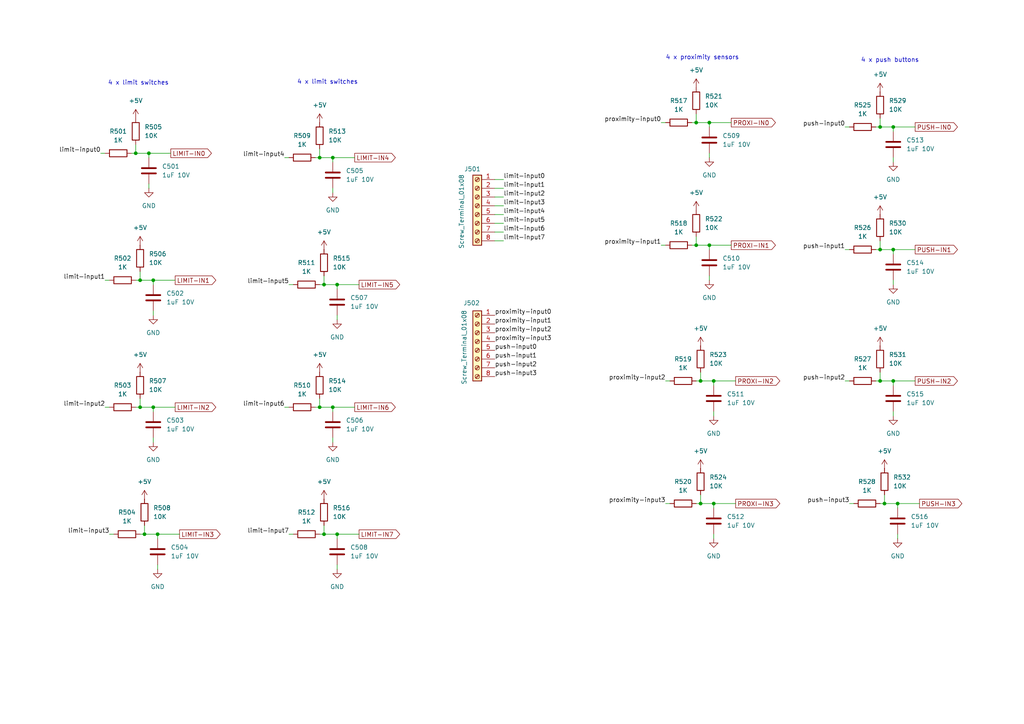
<source format=kicad_sch>
(kicad_sch (version 20250114) (generator "eeschema") (generator_version "9.0")
  (paper "A4")
  (lib_symbols
    (symbol "Connector:Screw_Terminal_01x08" (pin_names (offset 1.016) (hide yes))
      (property "Reference" "J" (at 0 10.16 0))
      (property "Value" "Screw_Terminal_01x08" (at 0 -12.7 0))
      (symbol "Screw_Terminal_01x08_1_1"
        (rectangle (start -1.27 8.89) (end 1.27 -11.43) (stroke (width 0.254)) (fill (type background)))
        (polyline (pts (xy -0.5334 7.9502) (xy 0.3302 7.112)) (stroke (width 0.1524)))
        (polyline (pts (xy -0.5334 5.4102) (xy 0.3302 4.572)) (stroke (width 0.1524)))
        (polyline (pts (xy -0.5334 2.8702) (xy 0.3302 2.032)) (stroke (width 0.1524)))
        (polyline (pts (xy -0.5334 0.3302) (xy 0.3302 -0.508)) (stroke (width 0.1524)))
        (polyline (pts (xy -0.5334 -2.2098) (xy 0.3302 -3.048)) (stroke (width 0.1524)))
        (polyline (pts (xy -0.5334 -4.7498) (xy 0.3302 -5.588)) (stroke (width 0.1524)))
        (polyline (pts (xy -0.5334 -7.2898) (xy 0.3302 -8.128)) (stroke (width 0.1524)))
        (polyline (pts (xy -0.5334 -9.8298) (xy 0.3302 -10.668)) (stroke (width 0.1524)))
        (polyline (pts (xy -0.3556 8.128) (xy 0.508 7.2898)) (stroke (width 0.1524)))
        (polyline (pts (xy -0.3556 5.588) (xy 0.508 4.7498)) (stroke (width 0.1524)))
        (polyline (pts (xy -0.3556 3.048) (xy 0.508 2.2098)) (stroke (width 0.1524)))
        (polyline (pts (xy -0.3556 0.508) (xy 0.508 -0.3302)) (stroke (width 0.1524)))
        (polyline (pts (xy -0.3556 -2.032) (xy 0.508 -2.8702)) (stroke (width 0.1524)))
        (polyline (pts (xy -0.3556 -4.572) (xy 0.508 -5.4102)) (stroke (width 0.1524)))
        (polyline (pts (xy -0.3556 -7.112) (xy 0.508 -7.9502)) (stroke (width 0.1524)))
        (polyline (pts (xy -0.3556 -9.652) (xy 0.508 -10.4902)) (stroke (width 0.1524)))
        (circle (center 0 7.62) (radius 0.635) (stroke (width 0.1524)))
        (circle (center 0 5.08) (radius 0.635) (stroke (width 0.1524)))
        (circle (center 0 2.54) (radius 0.635) (stroke (width 0.1524)))
        (circle (center 0 0) (radius 0.635) (stroke (width 0.1524)))
        (circle (center 0 -2.54) (radius 0.635) (stroke (width 0.1524)))
        (circle (center 0 -5.08) (radius 0.635) (stroke (width 0.1524)))
        (circle (center 0 -7.62) (radius 0.635) (stroke (width 0.1524)))
        (circle (center 0 -10.16) (radius 0.635) (stroke (width 0.1524)))
        (pin passive line (at -5.08 7.62 0) (length 3.81) (name "Pin_1") (number "1"))
        (pin passive line (at -5.08 5.08 0) (length 3.81) (name "Pin_2") (number "2"))
        (pin passive line (at -5.08 2.54 0) (length 3.81) (name "Pin_3") (number "3"))
        (pin passive line (at -5.08 0 0) (length 3.81) (name "Pin_4") (number "4"))
        (pin passive line (at -5.08 -2.54 0) (length 3.81) (name "Pin_5") (number "5"))
        (pin passive line (at -5.08 -5.08 0) (length 3.81) (name "Pin_6") (number "6"))
        (pin passive line (at -5.08 -7.62 0) (length 3.81) (name "Pin_7") (number "7"))
        (pin passive line (at -5.08 -10.16 0) (length 3.81) (name "Pin_8") (number "8"))
      )
    )
    (symbol "Device:C" (pin_numbers (hide yes)) (pin_names (offset 0.254))
      (property "Reference" "C" (at 0.635 2.54 0))
      (property "Value" "C" (at 0.635 -2.54 0))
      (symbol "C_0_1"
        (polyline (pts (xy -2.032 0.762) (xy 2.032 0.762)) (stroke (width 0.508)))
        (polyline (pts (xy -2.032 -0.762) (xy 2.032 -0.762)) (stroke (width 0.508)))
      )
      (symbol "C_1_1"
        (pin passive line (at 0 3.81 270) (length 2.794) (name "~") (number "1"))
        (pin passive line (at 0 -3.81 90) (length 2.794) (name "~") (number "2"))
      )
    )
    (symbol "Device:R" (pin_numbers (hide yes)) (pin_names (offset 0))
      (property "Reference" "R" (at 2.032 0 90))
      (property "Value" "R" (at 0 0 90))
      (symbol "R_0_1"
        (rectangle (start -1.016 -2.54) (end 1.016 2.54) (stroke (width 0.254)))
      )
      (symbol "R_1_1"
        (pin passive line (at 0 3.81 270) (length 1.27) (name "~") (number "1"))
        (pin passive line (at 0 -3.81 90) (length 1.27) (name "~") (number "2"))
      )
    )
    (symbol "power:+5V" (power) (pin_numbers (hide yes)) (pin_names (offset 0) (hide yes))
      (property "Value" "+5V" (at 0 3.556 0))
      (symbol "+5V_0_1"
        (polyline (pts (xy -0.762 1.27) (xy 0 2.54)))
        (polyline (pts (xy 0 2.54) (xy 0.762 1.27)))
        (polyline (pts (xy 0 0) (xy 0 2.54)))
      )
      (symbol "+5V_1_1"
        (pin power_in line (at 0 0 90) (length 0) (name "~") (number "1"))
      )
    )
    (symbol "power:GND" (power) (pin_numbers (hide yes)) (pin_names (offset 0) (hide yes))
      (property "Value" "GND" (at 0 -3.81 0))
      (symbol "GND_0_1"
        (polyline (pts (xy 0 0) (xy 0 -1.27) (xy 1.27 -1.27) (xy 0 -2.54) (xy -1.27 -1.27) (xy 0 -1.27)))
      )
      (symbol "GND_1_1"
        (pin power_in line (at 0 0 270) (length 0) (name "~") (number "1"))
      )
    )
  )
  (text "4 x limit switches" (at 94.996 23.876 0) (effects (font (size 1.27 1.27))))
  (text "4 x proximity sensors" (at 203.708 16.764 0) (effects (font (size 1.27 1.27))))
  (text "4 x push buttons" (at 249.682 17.526 0) (effects (font (size 1.27 1.27)) (justify left)))
  (text "4 x limit switches" (at 40.132 24.13 0) (effects (font (size 1.27 1.27))))
  (junction (at 40.64 81.28))
  (junction (at 40.64 118.11))
  (junction (at 255.27 110.49))
  (junction (at 203.2 110.49))
  (junction (at 97.79 154.94))
  (junction (at 259.08 110.49))
  (junction (at 205.74 35.56))
  (junction (at 44.45 118.11))
  (junction (at 44.45 81.28))
  (junction (at 41.91 154.94))
  (junction (at 201.93 35.56))
  (junction (at 205.74 71.12))
  (junction (at 96.52 45.72))
  (junction (at 201.93 71.12))
  (junction (at 97.79 82.55))
  (junction (at 260.35 146.05))
  (junction (at 207.01 110.49))
  (junction (at 256.54 146.05))
  (junction (at 93.98 82.55))
  (junction (at 45.72 154.94))
  (junction (at 39.37 44.45))
  (junction (at 92.71 45.72))
  (junction (at 259.08 36.83))
  (junction (at 259.08 72.39))
  (junction (at 93.98 154.94))
  (junction (at 43.18 44.45))
  (junction (at 96.52 118.11))
  (junction (at 255.27 72.39))
  (junction (at 92.71 118.11))
  (junction (at 203.2 146.05))
  (junction (at 255.27 36.83))
  (junction (at 207.01 146.05))
  (wire (pts (xy 191.77 71.12) (xy 193.04 71.12)))
  (wire (pts (xy 39.37 118.11) (xy 40.64 118.11)))
  (wire (pts (xy 41.91 152.4) (xy 41.91 154.94)))
  (wire (pts (xy 92.71 43.18) (xy 92.71 45.72)))
  (wire (pts (xy 256.54 143.51) (xy 256.54 146.05)))
  (wire (pts (xy 93.98 82.55) (xy 97.79 82.55)))
  (wire (pts (xy 92.71 118.11) (xy 96.52 118.11)))
  (wire (pts (xy 245.11 36.83) (xy 246.38 36.83)))
  (wire (pts (xy 207.01 119.38) (xy 207.01 120.65)))
  (wire (pts (xy 93.98 152.4) (xy 93.98 154.94)))
  (wire (pts (xy 254 110.49) (xy 255.27 110.49)))
  (wire (pts (xy 82.55 45.72) (xy 83.82 45.72)))
  (wire (pts (xy 82.55 118.11) (xy 83.82 118.11)))
  (wire (pts (xy 193.04 110.49) (xy 194.31 110.49)))
  (wire (pts (xy 191.77 35.56) (xy 193.04 35.56)))
  (wire (pts (xy 44.45 118.11) (xy 50.8 118.11)))
  (wire (pts (xy 203.2 107.95) (xy 203.2 110.49)))
  (wire (pts (xy 207.01 146.05) (xy 213.36 146.05)))
  (wire (pts (xy 39.37 81.28) (xy 40.64 81.28)))
  (wire (pts (xy 205.74 72.39) (xy 205.74 71.12)))
  (wire (pts (xy 203.2 146.05) (xy 207.01 146.05)))
  (wire (pts (xy 260.35 154.94) (xy 260.35 156.21)))
  (wire (pts (xy 29.21 44.45) (xy 30.48 44.45)))
  (wire (pts (xy 96.52 127) (xy 96.52 128.27)))
  (wire (pts (xy 30.48 118.11) (xy 31.75 118.11)))
  (wire (pts (xy 259.08 38.1) (xy 259.08 36.83)))
  (wire (pts (xy 200.66 35.56) (xy 201.93 35.56)))
  (wire (pts (xy 207.01 110.49) (xy 213.36 110.49)))
  (wire (pts (xy 97.79 154.94) (xy 104.14 154.94)))
  (wire (pts (xy 91.44 45.72) (xy 92.71 45.72)))
  (wire (pts (xy 146.05 69.85) (xy 143.51 69.85)))
  (wire (pts (xy 201.93 71.12) (xy 205.74 71.12)))
  (wire (pts (xy 201.93 146.05) (xy 203.2 146.05)))
  (wire (pts (xy 255.27 34.29) (xy 255.27 36.83)))
  (wire (pts (xy 259.08 110.49) (xy 265.43 110.49)))
  (wire (pts (xy 207.01 147.32) (xy 207.01 146.05)))
  (wire (pts (xy 201.93 33.02) (xy 201.93 35.56)))
  (wire (pts (xy 40.64 118.11) (xy 44.45 118.11)))
  (wire (pts (xy 40.64 115.57) (xy 40.64 118.11)))
  (wire (pts (xy 39.37 44.45) (xy 43.18 44.45)))
  (wire (pts (xy 44.45 90.17) (xy 44.45 91.44)))
  (wire (pts (xy 97.79 163.83) (xy 97.79 165.1)))
  (wire (pts (xy 146.05 67.31) (xy 143.51 67.31)))
  (wire (pts (xy 96.52 46.99) (xy 96.52 45.72)))
  (wire (pts (xy 255.27 72.39) (xy 259.08 72.39)))
  (wire (pts (xy 38.1 44.45) (xy 39.37 44.45)))
  (wire (pts (xy 92.71 82.55) (xy 93.98 82.55)))
  (wire (pts (xy 83.82 154.94) (xy 85.09 154.94)))
  (wire (pts (xy 203.2 110.49) (xy 207.01 110.49)))
  (wire (pts (xy 91.44 118.11) (xy 92.71 118.11)))
  (wire (pts (xy 146.05 64.77) (xy 143.51 64.77)))
  (wire (pts (xy 259.08 36.83) (xy 265.43 36.83)))
  (wire (pts (xy 41.91 154.94) (xy 45.72 154.94)))
  (wire (pts (xy 40.64 78.74) (xy 40.64 81.28)))
  (wire (pts (xy 201.93 35.56) (xy 205.74 35.56)))
  (wire (pts (xy 246.38 146.05) (xy 247.65 146.05)))
  (wire (pts (xy 205.74 44.45) (xy 205.74 45.72)))
  (wire (pts (xy 45.72 154.94) (xy 52.07 154.94)))
  (wire (pts (xy 92.71 154.94) (xy 93.98 154.94)))
  (wire (pts (xy 39.37 41.91) (xy 39.37 44.45)))
  (wire (pts (xy 96.52 118.11) (xy 102.87 118.11)))
  (wire (pts (xy 96.52 54.61) (xy 96.52 55.88)))
  (wire (pts (xy 207.01 154.94) (xy 207.01 156.21)))
  (wire (pts (xy 30.48 81.28) (xy 31.75 81.28)))
  (wire (pts (xy 259.08 81.28) (xy 259.08 82.55)))
  (wire (pts (xy 97.79 91.44) (xy 97.79 92.71)))
  (wire (pts (xy 203.2 143.51) (xy 203.2 146.05)))
  (wire (pts (xy 200.66 71.12) (xy 201.93 71.12)))
  (wire (pts (xy 205.74 71.12) (xy 212.09 71.12)))
  (wire (pts (xy 43.18 45.72) (xy 43.18 44.45)))
  (wire (pts (xy 31.75 154.94) (xy 33.02 154.94)))
  (wire (pts (xy 254 72.39) (xy 255.27 72.39)))
  (wire (pts (xy 259.08 45.72) (xy 259.08 46.99)))
  (wire (pts (xy 255.27 107.95) (xy 255.27 110.49)))
  (wire (pts (xy 40.64 81.28) (xy 44.45 81.28)))
  (wire (pts (xy 255.27 36.83) (xy 259.08 36.83)))
  (wire (pts (xy 259.08 119.38) (xy 259.08 120.65)))
  (wire (pts (xy 97.79 156.21) (xy 97.79 154.94)))
  (wire (pts (xy 97.79 83.82) (xy 97.79 82.55)))
  (wire (pts (xy 245.11 72.39) (xy 246.38 72.39)))
  (wire (pts (xy 97.79 82.55) (xy 104.14 82.55)))
  (wire (pts (xy 146.05 57.15) (xy 143.51 57.15)))
  (wire (pts (xy 44.45 81.28) (xy 50.8 81.28)))
  (wire (pts (xy 259.08 111.76) (xy 259.08 110.49)))
  (wire (pts (xy 92.71 45.72) (xy 96.52 45.72)))
  (wire (pts (xy 83.82 82.55) (xy 85.09 82.55)))
  (wire (pts (xy 193.04 146.05) (xy 194.31 146.05)))
  (wire (pts (xy 256.54 146.05) (xy 260.35 146.05)))
  (wire (pts (xy 96.52 45.72) (xy 102.87 45.72)))
  (wire (pts (xy 93.98 154.94) (xy 97.79 154.94)))
  (wire (pts (xy 255.27 146.05) (xy 256.54 146.05)))
  (wire (pts (xy 92.71 115.57) (xy 92.71 118.11)))
  (wire (pts (xy 245.11 110.49) (xy 246.38 110.49)))
  (wire (pts (xy 43.18 53.34) (xy 43.18 54.61)))
  (wire (pts (xy 146.05 62.23) (xy 143.51 62.23)))
  (wire (pts (xy 254 36.83) (xy 255.27 36.83)))
  (wire (pts (xy 201.93 110.49) (xy 203.2 110.49)))
  (wire (pts (xy 255.27 110.49) (xy 259.08 110.49)))
  (wire (pts (xy 259.08 73.66) (xy 259.08 72.39)))
  (wire (pts (xy 146.05 52.07) (xy 143.51 52.07)))
  (wire (pts (xy 146.05 59.69) (xy 143.51 59.69)))
  (wire (pts (xy 205.74 36.83) (xy 205.74 35.56)))
  (wire (pts (xy 255.27 69.85) (xy 255.27 72.39)))
  (wire (pts (xy 45.72 156.21) (xy 45.72 154.94)))
  (wire (pts (xy 40.64 154.94) (xy 41.91 154.94)))
  (wire (pts (xy 45.72 163.83) (xy 45.72 165.1)))
  (wire (pts (xy 260.35 147.32) (xy 260.35 146.05)))
  (wire (pts (xy 205.74 80.01) (xy 205.74 81.28)))
  (wire (pts (xy 44.45 82.55) (xy 44.45 81.28)))
  (wire (pts (xy 259.08 72.39) (xy 265.43 72.39)))
  (wire (pts (xy 146.05 54.61) (xy 143.51 54.61)))
  (wire (pts (xy 93.98 80.01) (xy 93.98 82.55)))
  (wire (pts (xy 43.18 44.45) (xy 49.53 44.45)))
  (wire (pts (xy 44.45 119.38) (xy 44.45 118.11)))
  (wire (pts (xy 207.01 111.76) (xy 207.01 110.49)))
  (wire (pts (xy 201.93 68.58) (xy 201.93 71.12)))
  (wire (pts (xy 260.35 146.05) (xy 266.7 146.05)))
  (wire (pts (xy 44.45 127) (xy 44.45 128.27)))
  (wire (pts (xy 205.74 35.56) (xy 212.09 35.56)))
  (wire (pts (xy 96.52 119.38) (xy 96.52 118.11)))
  (label "proximity-input2" (at 193.04 110.49 180))
  (label "proximity-input3" (at 193.04 146.05 180))
  (label "limit-input2" (at 30.48 118.11 180))
  (label "limit-input6" (at 82.55 118.11 180))
  (label "proximity-input3" (at 143.51 99.06 0))
  (label "push-input2" (at 143.51 106.68 0))
  (label "push-input3" (at 246.38 146.05 180))
  (label "limit-input7" (at 83.82 154.94 180))
  (label "push-input3" (at 143.51 109.22 0))
  (label "limit-input6" (at 146.05 67.31 0))
  (label "limit-input1" (at 30.48 81.28 180))
  (label "limit-input4" (at 82.55 45.72 180))
  (label "limit-input0" (at 146.05 52.07 0))
  (label "limit-input3" (at 146.05 59.69 0))
  (label "push-input1" (at 143.51 104.14 0))
  (label "push-input0" (at 143.51 101.6 0))
  (label "limit-input7" (at 146.05 69.85 0))
  (label "proximity-input1" (at 191.77 71.12 180))
  (label "limit-input5" (at 146.05 64.77 0))
  (label "limit-input3" (at 31.75 154.94 180))
  (label "limit-input5" (at 83.82 82.55 180))
  (label "push-input1" (at 245.11 72.39 180))
  (label "limit-input1" (at 146.05 54.61 0))
  (label "proximity-input2" (at 143.51 96.52 0))
  (label "proximity-input0" (at 191.77 35.56 180))
  (label "limit-input4" (at 146.05 62.23 0))
  (label "push-input2" (at 245.11 110.49 180))
  (label "proximity-input1" (at 143.51 93.98 0))
  (label "proximity-input0" (at 143.51 91.44 0))
  (label "push-input0" (at 245.11 36.83 180))
  (label "limit-input2" (at 146.05 57.15 0))
  (label "limit-input0" (at 29.21 44.45 180))
  (global_label "LIMIT-IN7" (shape output) (at 104.14 154.94 0) (property "Intersheetrefs" "${INTERSHEET_REFS}" (effects (hide yes))))
  (global_label "LIMIT-IN2" (shape output) (at 50.8 118.11 0) (property "Intersheetrefs" "${INTERSHEET_REFS}" (effects (hide yes))))
  (global_label "LIMIT-IN4" (shape output) (at 102.87 45.72 0) (property "Intersheetrefs" "${INTERSHEET_REFS}" (effects (hide yes))))
  (global_label "PROXI-IN0" (shape output) (at 212.09 35.56 0) (property "Intersheetrefs" "${INTERSHEET_REFS}" (effects (hide yes))))
  (global_label "LIMIT-IN5" (shape output) (at 104.14 82.55 0) (property "Intersheetrefs" "${INTERSHEET_REFS}" (effects (hide yes))))
  (global_label "LIMIT-IN1" (shape output) (at 50.8 81.28 0) (property "Intersheetrefs" "${INTERSHEET_REFS}" (effects (hide yes))))
  (global_label "LIMIT-IN6" (shape output) (at 102.87 118.11 0) (property "Intersheetrefs" "${INTERSHEET_REFS}" (effects (hide yes))))
  (global_label "PUSH-IN2" (shape output) (at 265.43 110.49 0) (property "Intersheetrefs" "${INTERSHEET_REFS}" (effects (hide yes))))
  (global_label "PUSH-IN1" (shape output) (at 265.43 72.39 0) (property "Intersheetrefs" "${INTERSHEET_REFS}" (effects (hide yes))))
  (global_label "PUSH-IN0" (shape output) (at 265.43 36.83 0) (property "Intersheetrefs" "${INTERSHEET_REFS}" (effects (hide yes))))
  (global_label "PUSH-IN3" (shape output) (at 266.7 146.05 0) (property "Intersheetrefs" "${INTERSHEET_REFS}" (effects (hide yes))))
  (global_label "LIMIT-IN0" (shape output) (at 49.53 44.45 0) (property "Intersheetrefs" "${INTERSHEET_REFS}" (effects (hide yes))))
  (global_label "PROXI-IN1" (shape output) (at 212.09 71.12 0) (property "Intersheetrefs" "${INTERSHEET_REFS}" (effects (hide yes))))
  (global_label "LIMIT-IN3" (shape output) (at 52.07 154.94 0) (property "Intersheetrefs" "${INTERSHEET_REFS}" (effects (hide yes))))
  (global_label "PROXI-IN3" (shape output) (at 213.36 146.05 0) (property "Intersheetrefs" "${INTERSHEET_REFS}" (effects (hide yes))))
  (global_label "PROXI-IN2" (shape output) (at 213.36 110.49 0) (property "Intersheetrefs" "${INTERSHEET_REFS}" (effects (hide yes))))
  (symbol (lib_id "Device:R") (at 250.19 110.49 90) (unit 1)
    (property "Reference" "R527" (at 250.19 104.14 90))
    (property "Value" "1K" (at 250.19 106.68 90))
    (property "Footprint" "Resistor_SMD:R_0402_1005Metric_Pad0.72x0.64mm_HandSolder" (effects (hide yes)))
    (property "Description" "Resistor" (effects (hide yes)))
  )
  (symbol (lib_id "Device:C") (at 260.35 151.13 0) (unit 1)
    (property "Reference" "C516" (at 264.16 149.8599 0) (effects (justify left)))
    (property "Value" "1uF 10V" (at 264.16 152.3999 0) (effects (justify left)))
    (property "Footprint" "Capacitor_SMD:C_0402_1005Metric_Pad0.74x0.62mm_HandSolder" (effects (hide yes)))
    (property "Description" "Unpolarized capacitor" (effects (hide yes)))
  )
  (symbol (lib_id "power:+5V") (at 201.93 25.4 0) (unit 1)
    (property "Reference" "#PWR0518" (effects (hide yes)))
    (property "Value" "+5V" (at 201.93 20.32 0))
    (property "Description" "Power symbol creates a global label with name \"+5V\"" (effects (hide yes)))
  )
  (symbol (lib_id "power:+5V") (at 39.37 34.29 0) (unit 1)
    (property "Reference" "#PWR0501" (effects (hide yes)))
    (property "Value" "+5V" (at 39.37 29.21 0))
    (property "Description" "Power symbol creates a global label with name \"+5V\"" (effects (hide yes)))
  )
  (symbol (lib_id "Device:R") (at 255.27 66.04 0) (unit 1)
    (property "Reference" "R530" (at 257.81 64.7699 0) (effects (justify left)))
    (property "Value" "10K" (at 257.81 67.3099 0) (effects (justify left)))
    (property "Footprint" "Resistor_SMD:R_0402_1005Metric_Pad0.72x0.64mm_HandSolder" (effects (hide yes)))
    (property "Description" "Resistor" (effects (hide yes)))
  )
  (symbol (lib_id "power:GND") (at 96.52 55.88 0) (unit 1)
    (property "Reference" "#PWR0513" (effects (hide yes)))
    (property "Value" "GND" (at 96.52 60.96 0))
    (property "Description" "Power symbol creates a global label with name \"GND\" , ground" (effects (hide yes)))
  )
  (symbol (lib_id "power:GND") (at 43.18 54.61 0) (unit 1)
    (property "Reference" "#PWR0505" (effects (hide yes)))
    (property "Value" "GND" (at 43.18 59.69 0))
    (property "Description" "Power symbol creates a global label with name \"GND\" , ground" (effects (hide yes)))
  )
  (symbol (lib_id "Device:R") (at 93.98 148.59 0) (unit 1)
    (property "Reference" "R516" (at 96.52 147.3199 0) (effects (justify left)))
    (property "Value" "10K" (at 96.52 149.8599 0) (effects (justify left)))
    (property "Footprint" "Resistor_SMD:R_0402_1005Metric_Pad0.72x0.64mm_HandSolder" (effects (hide yes)))
    (property "Description" "Resistor" (effects (hide yes)))
  )
  (symbol (lib_id "power:GND") (at 96.52 128.27 0) (unit 1)
    (property "Reference" "#PWR0514" (effects (hide yes)))
    (property "Value" "GND" (at 96.52 133.35 0))
    (property "Description" "Power symbol creates a global label with name \"GND\" , ground" (effects (hide yes)))
  )
  (symbol (lib_id "Device:C") (at 205.74 76.2 0) (unit 1)
    (property "Reference" "C510" (at 209.55 74.9299 0) (effects (justify left)))
    (property "Value" "1uF 10V" (at 209.55 77.4699 0) (effects (justify left)))
    (property "Footprint" "Capacitor_SMD:C_0402_1005Metric_Pad0.74x0.62mm_HandSolder" (effects (hide yes)))
    (property "Description" "Unpolarized capacitor" (effects (hide yes)))
  )
  (symbol (lib_id "power:+5V") (at 92.71 107.95 0) (unit 1)
    (property "Reference" "#PWR0510" (effects (hide yes)))
    (property "Value" "+5V" (at 92.71 102.87 0))
    (property "Description" "Power symbol creates a global label with name \"+5V\"" (effects (hide yes)))
  )
  (symbol (lib_id "Device:R") (at 88.9 82.55 90) (unit 1)
    (property "Reference" "R511" (at 88.9 76.2 90))
    (property "Value" "1K" (at 88.9 78.74 90))
    (property "Footprint" "Resistor_SMD:R_0402_1005Metric_Pad0.72x0.64mm_HandSolder" (effects (hide yes)))
    (property "Description" "Resistor" (effects (hide yes)))
  )
  (symbol (lib_id "Device:R") (at 198.12 110.49 90) (unit 1)
    (property "Reference" "R519" (at 198.12 104.14 90))
    (property "Value" "1K" (at 198.12 106.68 90))
    (property "Footprint" "Resistor_SMD:R_0402_1005Metric_Pad0.72x0.64mm_HandSolder" (effects (hide yes)))
    (property "Description" "Resistor" (effects (hide yes)))
  )
  (symbol (lib_id "power:GND") (at 97.79 92.71 0) (unit 1)
    (property "Reference" "#PWR0515" (effects (hide yes)))
    (property "Value" "GND" (at 97.79 97.79 0))
    (property "Description" "Power symbol creates a global label with name \"GND\" , ground" (effects (hide yes)))
  )
  (symbol (lib_id "Device:R") (at 201.93 29.21 0) (unit 1)
    (property "Reference" "R521" (at 204.47 27.9399 0) (effects (justify left)))
    (property "Value" "10K" (at 204.47 30.4799 0) (effects (justify left)))
    (property "Footprint" "Resistor_SMD:R_0402_1005Metric_Pad0.72x0.64mm_HandSolder" (effects (hide yes)))
    (property "Description" "Resistor" (effects (hide yes)))
  )
  (symbol (lib_id "Device:R") (at 203.2 139.7 0) (unit 1)
    (property "Reference" "R524" (at 205.74 138.4299 0) (effects (justify left)))
    (property "Value" "10K" (at 205.74 140.9699 0) (effects (justify left)))
    (property "Footprint" "Resistor_SMD:R_0402_1005Metric_Pad0.72x0.64mm_HandSolder" (effects (hide yes)))
    (property "Description" "Resistor" (effects (hide yes)))
  )
  (symbol (lib_id "power:+5V") (at 255.27 26.67 0) (unit 1)
    (property "Reference" "#PWR0526" (effects (hide yes)))
    (property "Value" "+5V" (at 255.27 21.59 0))
    (property "Description" "Power symbol creates a global label with name \"+5V\"" (effects (hide yes)))
  )
  (symbol (lib_id "Device:R") (at 87.63 118.11 90) (unit 1)
    (property "Reference" "R510" (at 87.63 111.76 90))
    (property "Value" "1K" (at 87.63 114.3 90))
    (property "Footprint" "Resistor_SMD:R_0402_1005Metric_Pad0.72x0.64mm_HandSolder" (effects (hide yes)))
    (property "Description" "Resistor" (effects (hide yes)))
  )
  (symbol (lib_id "Device:R") (at 93.98 76.2 0) (unit 1)
    (property "Reference" "R515" (at 96.52 74.9299 0) (effects (justify left)))
    (property "Value" "10K" (at 96.52 77.4699 0) (effects (justify left)))
    (property "Footprint" "Resistor_SMD:R_0402_1005Metric_Pad0.72x0.64mm_HandSolder" (effects (hide yes)))
    (property "Description" "Resistor" (effects (hide yes)))
  )
  (symbol (lib_id "power:GND") (at 259.08 46.99 0) (unit 1)
    (property "Reference" "#PWR0530" (effects (hide yes)))
    (property "Value" "GND" (at 259.08 52.07 0))
    (property "Description" "Power symbol creates a global label with name \"GND\" , ground" (effects (hide yes)))
  )
  (symbol (lib_id "Device:R") (at 36.83 154.94 90) (unit 1)
    (property "Reference" "R504" (at 36.83 148.59 90))
    (property "Value" "1K" (at 36.83 151.13 90))
    (property "Footprint" "Resistor_SMD:R_0402_1005Metric_Pad0.72x0.64mm_HandSolder" (effects (hide yes)))
    (property "Description" "Resistor" (effects (hide yes)))
  )
  (symbol (lib_id "Device:R") (at 39.37 38.1 0) (unit 1)
    (property "Reference" "R505" (at 41.91 36.8299 0) (effects (justify left)))
    (property "Value" "10K" (at 41.91 39.3699 0) (effects (justify left)))
    (property "Footprint" "Resistor_SMD:R_0402_1005Metric_Pad0.72x0.64mm_HandSolder" (effects (hide yes)))
    (property "Description" "Resistor" (effects (hide yes)))
  )
  (symbol (lib_id "Device:R") (at 201.93 64.77 0) (unit 1)
    (property "Reference" "R522" (at 204.47 63.4999 0) (effects (justify left)))
    (property "Value" "10K" (at 204.47 66.0399 0) (effects (justify left)))
    (property "Footprint" "Resistor_SMD:R_0402_1005Metric_Pad0.72x0.64mm_HandSolder" (effects (hide yes)))
    (property "Description" "Resistor" (effects (hide yes)))
  )
  (symbol (lib_id "Device:R") (at 255.27 30.48 0) (unit 1)
    (property "Reference" "R529" (at 257.81 29.2099 0) (effects (justify left)))
    (property "Value" "10K" (at 257.81 31.7499 0) (effects (justify left)))
    (property "Footprint" "Resistor_SMD:R_0402_1005Metric_Pad0.72x0.64mm_HandSolder" (effects (hide yes)))
    (property "Description" "Resistor" (effects (hide yes)))
  )
  (symbol (lib_id "Device:R") (at 250.19 36.83 90) (unit 1)
    (property "Reference" "R525" (at 250.19 30.48 90))
    (property "Value" "1K" (at 250.19 33.02 90))
    (property "Footprint" "Resistor_SMD:R_0402_1005Metric_Pad0.72x0.64mm_HandSolder" (effects (hide yes)))
    (property "Description" "Resistor" (effects (hide yes)))
  )
  (symbol (lib_id "Device:C") (at 44.45 86.36 0) (unit 1)
    (property "Reference" "C502" (at 48.26 85.0899 0) (effects (justify left)))
    (property "Value" "1uF 10V" (at 48.26 87.6299 0) (effects (justify left)))
    (property "Footprint" "Capacitor_SMD:C_0402_1005Metric_Pad0.74x0.62mm_HandSolder" (effects (hide yes)))
    (property "Description" "Unpolarized capacitor" (effects (hide yes)))
  )
  (symbol (lib_id "Device:C") (at 205.74 40.64 0) (unit 1)
    (property "Reference" "C509" (at 209.55 39.3699 0) (effects (justify left)))
    (property "Value" "1uF 10V" (at 209.55 41.9099 0) (effects (justify left)))
    (property "Footprint" "Capacitor_SMD:C_0402_1005Metric_Pad0.74x0.62mm_HandSolder" (effects (hide yes)))
    (property "Description" "Unpolarized capacitor" (effects (hide yes)))
  )
  (symbol (lib_id "power:GND") (at 44.45 91.44 0) (unit 1)
    (property "Reference" "#PWR0506" (effects (hide yes)))
    (property "Value" "GND" (at 44.45 96.52 0))
    (property "Description" "Power symbol creates a global label with name \"GND\" , ground" (effects (hide yes)))
  )
  (symbol (lib_id "Device:R") (at 256.54 139.7 0) (unit 1)
    (property "Reference" "R532" (at 259.08 138.4299 0) (effects (justify left)))
    (property "Value" "10K" (at 259.08 140.9699 0) (effects (justify left)))
    (property "Footprint" "Resistor_SMD:R_0402_1005Metric_Pad0.72x0.64mm_HandSolder" (effects (hide yes)))
    (property "Description" "Resistor" (effects (hide yes)))
  )
  (symbol (lib_id "Device:C") (at 44.45 123.19 0) (unit 1)
    (property "Reference" "C503" (at 48.26 121.9199 0) (effects (justify left)))
    (property "Value" "1uF 10V" (at 48.26 124.4599 0) (effects (justify left)))
    (property "Footprint" "Capacitor_SMD:C_0402_1005Metric_Pad0.74x0.62mm_HandSolder" (effects (hide yes)))
    (property "Description" "Unpolarized capacitor" (effects (hide yes)))
  )
  (symbol (lib_id "Device:C") (at 43.18 49.53 0) (unit 1)
    (property "Reference" "C501" (at 46.99 48.2599 0) (effects (justify left)))
    (property "Value" "1uF 10V" (at 46.99 50.7999 0) (effects (justify left)))
    (property "Footprint" "Capacitor_SMD:C_0402_1005Metric_Pad0.74x0.62mm_HandSolder" (effects (hide yes)))
    (property "Description" "Unpolarized capacitor" (effects (hide yes)))
  )
  (symbol (lib_id "power:+5V") (at 255.27 100.33 0) (unit 1)
    (property "Reference" "#PWR0528" (effects (hide yes)))
    (property "Value" "+5V" (at 255.27 95.25 0))
    (property "Description" "Power symbol creates a global label with name \"+5V\"" (effects (hide yes)))
  )
  (symbol (lib_id "Device:R") (at 88.9 154.94 90) (unit 1)
    (property "Reference" "R512" (at 88.9 148.59 90))
    (property "Value" "1K" (at 88.9 151.13 90))
    (property "Footprint" "Resistor_SMD:R_0402_1005Metric_Pad0.72x0.64mm_HandSolder" (effects (hide yes)))
    (property "Description" "Resistor" (effects (hide yes)))
  )
  (symbol (lib_id "power:GND") (at 259.08 82.55 0) (unit 1)
    (property "Reference" "#PWR0531" (effects (hide yes)))
    (property "Value" "GND" (at 259.08 87.63 0))
    (property "Description" "Power symbol creates a global label with name \"GND\" , ground" (effects (hide yes)))
  )
  (symbol (lib_id "power:+5V") (at 40.64 107.95 0) (unit 1)
    (property "Reference" "#PWR0503" (effects (hide yes)))
    (property "Value" "+5V" (at 40.64 102.87 0))
    (property "Description" "Power symbol creates a global label with name \"+5V\"" (effects (hide yes)))
  )
  (symbol (lib_id "power:+5V") (at 93.98 72.39 0) (unit 1)
    (property "Reference" "#PWR0511" (effects (hide yes)))
    (property "Value" "+5V" (at 93.98 67.31 0))
    (property "Description" "Power symbol creates a global label with name \"+5V\"" (effects (hide yes)))
  )
  (symbol (lib_id "Device:C") (at 207.01 115.57 0) (unit 1)
    (property "Reference" "C511" (at 210.82 114.2999 0) (effects (justify left)))
    (property "Value" "1uF 10V" (at 210.82 116.8399 0) (effects (justify left)))
    (property "Footprint" "Capacitor_SMD:C_0402_1005Metric_Pad0.74x0.62mm_HandSolder" (effects (hide yes)))
    (property "Description" "Unpolarized capacitor" (effects (hide yes)))
  )
  (symbol (lib_id "Device:C") (at 97.79 160.02 0) (unit 1)
    (property "Reference" "C508" (at 101.6 158.7499 0) (effects (justify left)))
    (property "Value" "1uF 10V" (at 101.6 161.2899 0) (effects (justify left)))
    (property "Footprint" "Capacitor_SMD:C_0402_1005Metric_Pad0.74x0.62mm_HandSolder" (effects (hide yes)))
    (property "Description" "Unpolarized capacitor" (effects (hide yes)))
  )
  (symbol (lib_id "Device:C") (at 259.08 41.91 0) (unit 1)
    (property "Reference" "C513" (at 262.89 40.6399 0) (effects (justify left)))
    (property "Value" "1uF 10V" (at 262.89 43.1799 0) (effects (justify left)))
    (property "Footprint" "Capacitor_SMD:C_0402_1005Metric_Pad0.74x0.62mm_HandSolder" (effects (hide yes)))
    (property "Description" "Unpolarized capacitor" (effects (hide yes)))
  )
  (symbol (lib_id "Device:R") (at 198.12 146.05 90) (unit 1)
    (property "Reference" "R520" (at 198.12 139.7 90))
    (property "Value" "1K" (at 198.12 142.24 90))
    (property "Footprint" "Resistor_SMD:R_0402_1005Metric_Pad0.72x0.64mm_HandSolder" (effects (hide yes)))
    (property "Description" "Resistor" (effects (hide yes)))
  )
  (symbol (lib_id "power:+5V") (at 92.71 35.56 0) (unit 1)
    (property "Reference" "#PWR0509" (effects (hide yes)))
    (property "Value" "+5V" (at 92.71 30.48 0))
    (property "Description" "Power symbol creates a global label with name \"+5V\"" (effects (hide yes)))
  )
  (symbol (lib_id "power:GND") (at 97.79 165.1 0) (unit 1)
    (property "Reference" "#PWR0516" (effects (hide yes)))
    (property "Value" "GND" (at 97.79 170.18 0))
    (property "Description" "Power symbol creates a global label with name \"GND\" , ground" (effects (hide yes)))
  )
  (symbol (lib_id "power:+5V") (at 255.27 62.23 0) (unit 1)
    (property "Reference" "#PWR0527" (effects (hide yes)))
    (property "Value" "+5V" (at 255.27 57.15 0))
    (property "Description" "Power symbol creates a global label with name \"+5V\"" (effects (hide yes)))
  )
  (symbol (lib_id "power:GND") (at 260.35 156.21 0) (unit 1)
    (property "Reference" "#PWR0533" (effects (hide yes)))
    (property "Value" "GND" (at 260.35 161.29 0))
    (property "Description" "Power symbol creates a global label with name \"GND\" , ground" (effects (hide yes)))
  )
  (symbol (lib_id "Device:C") (at 259.08 115.57 0) (unit 1)
    (property "Reference" "C515" (at 262.89 114.2999 0) (effects (justify left)))
    (property "Value" "1uF 10V" (at 262.89 116.8399 0) (effects (justify left)))
    (property "Footprint" "Capacitor_SMD:C_0402_1005Metric_Pad0.74x0.62mm_HandSolder" (effects (hide yes)))
    (property "Description" "Unpolarized capacitor" (effects (hide yes)))
  )
  (symbol (lib_id "Device:R") (at 92.71 39.37 0) (unit 1)
    (property "Reference" "R513" (at 95.25 38.0999 0) (effects (justify left)))
    (property "Value" "10K" (at 95.25 40.6399 0) (effects (justify left)))
    (property "Footprint" "Resistor_SMD:R_0402_1005Metric_Pad0.72x0.64mm_HandSolder" (effects (hide yes)))
    (property "Description" "Resistor" (effects (hide yes)))
  )
  (symbol (lib_id "Connector:Screw_Terminal_01x08") (at 138.43 99.06 0) (mirror y) (unit 1)
    (property "Reference" "J502" (at 139.192 87.884 0) (effects (justify left)))
    (property "Value" "Screw_Terminal_01x08" (at 134.62 89.916 90) (effects (justify right)))
    (property "Footprint" "Connector_Phoenix_MC:PhoenixContact_MC_1,5_8-G-3.81_1x08_P3.81mm_Horizontal" (effects (hide yes)))
    (property "Description" "Generic screw terminal, single row, 01x08, script generated (kicad-library-utils/schlib/autogen/connector/)" (effects (hide yes)))
  )
  (symbol (lib_id "power:+5V") (at 93.98 144.78 0) (unit 1)
    (property "Reference" "#PWR0512" (effects (hide yes)))
    (property "Value" "+5V" (at 93.98 139.7 0))
    (property "Description" "Power symbol creates a global label with name \"+5V\"" (effects (hide yes)))
  )
  (symbol (lib_id "power:+5V") (at 203.2 135.89 0) (unit 1)
    (property "Reference" "#PWR0521" (effects (hide yes)))
    (property "Value" "+5V" (at 203.2 130.81 0))
    (property "Description" "Power symbol creates a global label with name \"+5V\"" (effects (hide yes)))
  )
  (symbol (lib_id "Device:C") (at 207.01 151.13 0) (unit 1)
    (property "Reference" "C512" (at 210.82 149.8599 0) (effects (justify left)))
    (property "Value" "1uF 10V" (at 210.82 152.3999 0) (effects (justify left)))
    (property "Footprint" "Capacitor_SMD:C_0402_1005Metric_Pad0.74x0.62mm_HandSolder" (effects (hide yes)))
    (property "Description" "Unpolarized capacitor" (effects (hide yes)))
  )
  (symbol (lib_id "Device:R") (at 87.63 45.72 90) (unit 1)
    (property "Reference" "R509" (at 87.63 39.37 90))
    (property "Value" "1K" (at 87.63 41.91 90))
    (property "Footprint" "Resistor_SMD:R_0402_1005Metric_Pad0.72x0.64mm_HandSolder" (effects (hide yes)))
    (property "Description" "Resistor" (effects (hide yes)))
  )
  (symbol (lib_id "Device:C") (at 259.08 77.47 0) (unit 1)
    (property "Reference" "C514" (at 262.89 76.1999 0) (effects (justify left)))
    (property "Value" "1uF 10V" (at 262.89 78.7399 0) (effects (justify left)))
    (property "Footprint" "Capacitor_SMD:C_0402_1005Metric_Pad0.74x0.62mm_HandSolder" (effects (hide yes)))
    (property "Description" "Unpolarized capacitor" (effects (hide yes)))
  )
  (symbol (lib_id "power:GND") (at 205.74 45.72 0) (unit 1)
    (property "Reference" "#PWR0522" (effects (hide yes)))
    (property "Value" "GND" (at 205.74 50.8 0))
    (property "Description" "Power symbol creates a global label with name \"GND\" , ground" (effects (hide yes)))
  )
  (symbol (lib_id "Device:R") (at 196.85 71.12 90) (unit 1)
    (property "Reference" "R518" (at 196.85 64.77 90))
    (property "Value" "1K" (at 196.85 67.31 90))
    (property "Footprint" "Resistor_SMD:R_0402_1005Metric_Pad0.72x0.64mm_HandSolder" (effects (hide yes)))
    (property "Description" "Resistor" (effects (hide yes)))
  )
  (symbol (lib_id "Device:C") (at 45.72 160.02 0) (unit 1)
    (property "Reference" "C504" (at 49.53 158.7499 0) (effects (justify left)))
    (property "Value" "1uF 10V" (at 49.53 161.2899 0) (effects (justify left)))
    (property "Footprint" "Capacitor_SMD:C_0402_1005Metric_Pad0.74x0.62mm_HandSolder" (effects (hide yes)))
    (property "Description" "Unpolarized capacitor" (effects (hide yes)))
  )
  (symbol (lib_id "Device:C") (at 97.79 87.63 0) (unit 1)
    (property "Reference" "C507" (at 101.6 86.3599 0) (effects (justify left)))
    (property "Value" "1uF 10V" (at 101.6 88.8999 0) (effects (justify left)))
    (property "Footprint" "Capacitor_SMD:C_0402_1005Metric_Pad0.74x0.62mm_HandSolder" (effects (hide yes)))
    (property "Description" "Unpolarized capacitor" (effects (hide yes)))
  )
  (symbol (lib_id "Device:R") (at 40.64 74.93 0) (unit 1)
    (property "Reference" "R506" (at 43.18 73.6599 0) (effects (justify left)))
    (property "Value" "10K" (at 43.18 76.1999 0) (effects (justify left)))
    (property "Footprint" "Resistor_SMD:R_0402_1005Metric_Pad0.72x0.64mm_HandSolder" (effects (hide yes)))
    (property "Description" "Resistor" (effects (hide yes)))
  )
  (symbol (lib_id "power:+5V") (at 203.2 100.33 0) (unit 1)
    (property "Reference" "#PWR0520" (effects (hide yes)))
    (property "Value" "+5V" (at 203.2 95.25 0))
    (property "Description" "Power symbol creates a global label with name \"+5V\"" (effects (hide yes)))
  )
  (symbol (lib_id "power:+5V") (at 41.91 144.78 0) (unit 1)
    (property "Reference" "#PWR0504" (effects (hide yes)))
    (property "Value" "+5V" (at 41.91 139.7 0))
    (property "Description" "Power symbol creates a global label with name \"+5V\"" (effects (hide yes)))
  )
  (symbol (lib_id "power:GND") (at 259.08 120.65 0) (unit 1)
    (property "Reference" "#PWR0532" (effects (hide yes)))
    (property "Value" "GND" (at 259.08 125.73 0))
    (property "Description" "Power symbol creates a global label with name \"GND\" , ground" (effects (hide yes)))
  )
  (symbol (lib_id "power:+5V") (at 201.93 60.96 0) (unit 1)
    (property "Reference" "#PWR0519" (effects (hide yes)))
    (property "Value" "+5V" (at 201.93 55.88 0))
    (property "Description" "Power symbol creates a global label with name \"+5V\"" (effects (hide yes)))
  )
  (symbol (lib_id "power:GND") (at 207.01 120.65 0) (unit 1)
    (property "Reference" "#PWR0524" (effects (hide yes)))
    (property "Value" "GND" (at 207.01 125.73 0))
    (property "Description" "Power symbol creates a global label with name \"GND\" , ground" (effects (hide yes)))
  )
  (symbol (lib_id "power:GND") (at 205.74 81.28 0) (unit 1)
    (property "Reference" "#PWR0523" (effects (hide yes)))
    (property "Value" "GND" (at 205.74 86.36 0))
    (property "Description" "Power symbol creates a global label with name \"GND\" , ground" (effects (hide yes)))
  )
  (symbol (lib_id "power:+5V") (at 40.64 71.12 0) (unit 1)
    (property "Reference" "#PWR0502" (effects (hide yes)))
    (property "Value" "+5V" (at 40.64 66.04 0))
    (property "Description" "Power symbol creates a global label with name \"+5V\"" (effects (hide yes)))
  )
  (symbol (lib_id "Device:R") (at 34.29 44.45 90) (unit 1)
    (property "Reference" "R501" (at 34.29 38.1 90))
    (property "Value" "1K" (at 34.29 40.64 90))
    (property "Footprint" "Resistor_SMD:R_0402_1005Metric_Pad0.72x0.64mm_HandSolder" (effects (hide yes)))
    (property "Description" "Resistor" (effects (hide yes)))
  )
  (symbol (lib_id "Device:R") (at 255.27 104.14 0) (unit 1)
    (property "Reference" "R531" (at 257.81 102.8699 0) (effects (justify left)))
    (property "Value" "10K" (at 257.81 105.4099 0) (effects (justify left)))
    (property "Footprint" "Resistor_SMD:R_0402_1005Metric_Pad0.72x0.64mm_HandSolder" (effects (hide yes)))
    (property "Description" "Resistor" (effects (hide yes)))
  )
  (symbol (lib_id "Device:R") (at 40.64 111.76 0) (unit 1)
    (property "Reference" "R507" (at 43.18 110.4899 0) (effects (justify left)))
    (property "Value" "10K" (at 43.18 113.0299 0) (effects (justify left)))
    (property "Footprint" "Resistor_SMD:R_0402_1005Metric_Pad0.72x0.64mm_HandSolder" (effects (hide yes)))
    (property "Description" "Resistor" (effects (hide yes)))
  )
  (symbol (lib_id "Device:R") (at 41.91 148.59 0) (unit 1)
    (property "Reference" "R508" (at 44.45 147.3199 0) (effects (justify left)))
    (property "Value" "10K" (at 44.45 149.8599 0) (effects (justify left)))
    (property "Footprint" "Resistor_SMD:R_0402_1005Metric_Pad0.72x0.64mm_HandSolder" (effects (hide yes)))
    (property "Description" "Resistor" (effects (hide yes)))
  )
  (symbol (lib_id "Device:R") (at 35.56 81.28 90) (unit 1)
    (property "Reference" "R502" (at 35.56 74.93 90))
    (property "Value" "1K" (at 35.56 77.47 90))
    (property "Footprint" "Resistor_SMD:R_0402_1005Metric_Pad0.72x0.64mm_HandSolder" (effects (hide yes)))
    (property "Description" "Resistor" (effects (hide yes)))
  )
  (symbol (lib_id "Device:R") (at 92.71 111.76 0) (unit 1)
    (property "Reference" "R514" (at 95.25 110.4899 0) (effects (justify left)))
    (property "Value" "10K" (at 95.25 113.0299 0) (effects (justify left)))
    (property "Footprint" "Resistor_SMD:R_0402_1005Metric_Pad0.72x0.64mm_HandSolder" (effects (hide yes)))
    (property "Description" "Resistor" (effects (hide yes)))
  )
  (symbol (lib_id "Device:R") (at 251.46 146.05 90) (unit 1)
    (property "Reference" "R528" (at 251.46 139.7 90))
    (property "Value" "1K" (at 251.46 142.24 90))
    (property "Footprint" "Resistor_SMD:R_0402_1005Metric_Pad0.72x0.64mm_HandSolder" (effects (hide yes)))
    (property "Description" "Resistor" (effects (hide yes)))
  )
  (symbol (lib_id "Device:R") (at 250.19 72.39 90) (unit 1)
    (property "Reference" "R526" (at 250.19 66.04 90))
    (property "Value" "1K" (at 250.19 68.58 90))
    (property "Footprint" "Resistor_SMD:R_0402_1005Metric_Pad0.72x0.64mm_HandSolder" (effects (hide yes)))
    (property "Description" "Resistor" (effects (hide yes)))
  )
  (symbol (lib_id "power:GND") (at 44.45 128.27 0) (unit 1)
    (property "Reference" "#PWR0507" (effects (hide yes)))
    (property "Value" "GND" (at 44.45 133.35 0))
    (property "Description" "Power symbol creates a global label with name \"GND\" , ground" (effects (hide yes)))
  )
  (symbol (lib_id "Device:C") (at 96.52 123.19 0) (unit 1)
    (property "Reference" "C506" (at 100.33 121.9199 0) (effects (justify left)))
    (property "Value" "1uF 10V" (at 100.33 124.4599 0) (effects (justify left)))
    (property "Footprint" "Capacitor_SMD:C_0402_1005Metric_Pad0.74x0.62mm_HandSolder" (effects (hide yes)))
    (property "Description" "Unpolarized capacitor" (effects (hide yes)))
  )
  (symbol (lib_id "Device:C") (at 96.52 50.8 0) (unit 1)
    (property "Reference" "C505" (at 100.33 49.5299 0) (effects (justify left)))
    (property "Value" "1uF 10V" (at 100.33 52.0699 0) (effects (justify left)))
    (property "Footprint" "Capacitor_SMD:C_0402_1005Metric_Pad0.74x0.62mm_HandSolder" (effects (hide yes)))
    (property "Description" "Unpolarized capacitor" (effects (hide yes)))
  )
  (symbol (lib_id "Device:R") (at 35.56 118.11 90) (unit 1)
    (property "Reference" "R503" (at 35.56 111.76 90))
    (property "Value" "1K" (at 35.56 114.3 90))
    (property "Footprint" "Resistor_SMD:R_0402_1005Metric_Pad0.72x0.64mm_HandSolder" (effects (hide yes)))
    (property "Description" "Resistor" (effects (hide yes)))
  )
  (symbol (lib_id "power:GND") (at 45.72 165.1 0) (unit 1)
    (property "Reference" "#PWR0508" (effects (hide yes)))
    (property "Value" "GND" (at 45.72 170.18 0))
    (property "Description" "Power symbol creates a global label with name \"GND\" , ground" (effects (hide yes)))
  )
  (symbol (lib_id "Device:R") (at 196.85 35.56 90) (unit 1)
    (property "Reference" "R517" (at 196.85 29.21 90))
    (property "Value" "1K" (at 196.85 31.75 90))
    (property "Footprint" "Resistor_SMD:R_0402_1005Metric_Pad0.72x0.64mm_HandSolder" (effects (hide yes)))
    (property "Description" "Resistor" (effects (hide yes)))
  )
  (symbol (lib_id "power:GND") (at 207.01 156.21 0) (unit 1)
    (property "Reference" "#PWR0525" (effects (hide yes)))
    (property "Value" "GND" (at 207.01 161.29 0))
    (property "Description" "Power symbol creates a global label with name \"GND\" , ground" (effects (hide yes)))
  )
  (symbol (lib_id "Connector:Screw_Terminal_01x08") (at 138.43 59.69 0) (mirror y) (unit 1)
    (property "Reference" "J501" (at 139.446 49.022 0) (effects (justify left)))
    (property "Value" "Screw_Terminal_01x08" (at 133.858 50.546 90) (effects (justify right)))
    (property "Footprint" "Connector_Phoenix_MC:PhoenixContact_MC_1,5_8-G-3.81_1x08_P3.81mm_Horizontal" (effects (hide yes)))
    (property "Description" "Generic screw terminal, single row, 01x08, script generated (kicad-library-utils/schlib/autogen/connector/)" (effects (hide yes)))
  )
  (symbol (lib_id "power:+5V") (at 256.54 135.89 0) (unit 1)
    (property "Reference" "#PWR0529" (effects (hide yes)))
    (property "Value" "+5V" (at 256.54 130.81 0))
    (property "Description" "Power symbol creates a global label with name \"+5V\"" (effects (hide yes)))
  )
  (symbol (lib_id "Device:R") (at 203.2 104.14 0) (unit 1)
    (property "Reference" "R523" (at 205.74 102.8699 0) (effects (justify left)))
    (property "Value" "10K" (at 205.74 105.4099 0) (effects (justify left)))
    (property "Footprint" "Resistor_SMD:R_0402_1005Metric_Pad0.72x0.64mm_HandSolder" (effects (hide yes)))
    (property "Description" "Resistor" (effects (hide yes)))
  )
)
</source>
